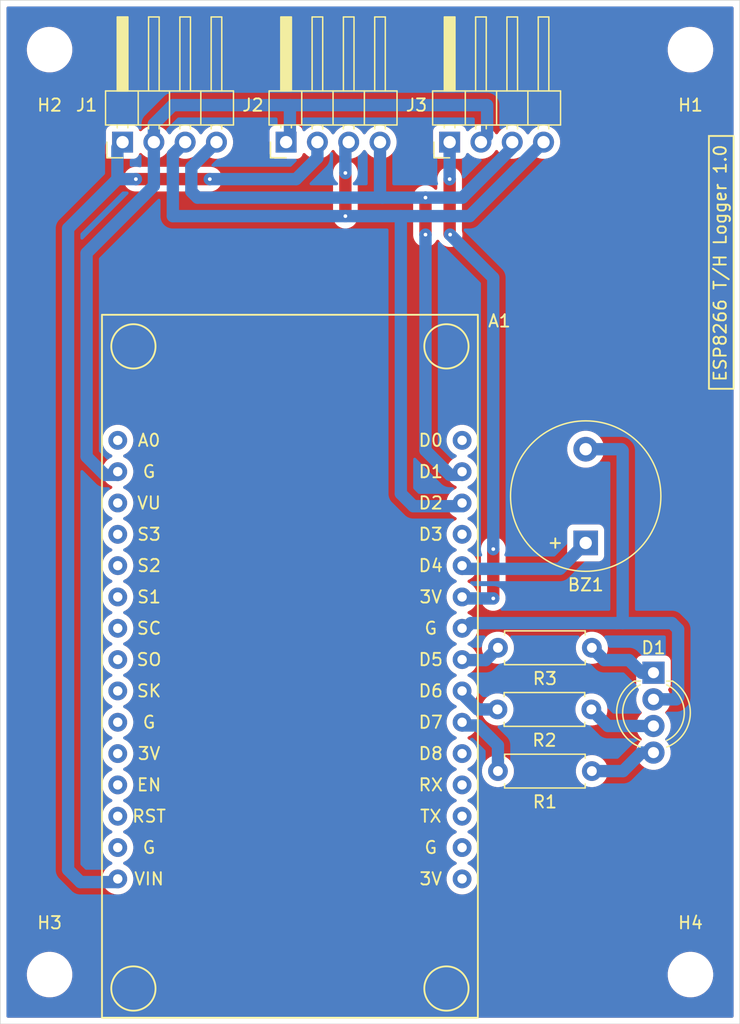
<source format=kicad_pcb>
(kicad_pcb (version 20241229) (generator "pcbnew") (generator_version "9.0")
  (layers (0 "F.Cu" signal) (2 "B.Cu" signal) (13 "F.Paste" user) (15 "B.Paste" user) (5 "F.SilkS" user "F.Silkscreen") (7 "B.SilkS" user "B.Silkscreen") (1 "F.Mask" user) (3 "B.Mask" user) (25 "Edge.Cuts" user))
  (net 0 "")
  (footprint "Connector_PinHeader_2.54mm:PinHeader_1x04_P2.54mm_Horizontal" (layer "F.Cu") (at 170.92 40 90)
    (property "Reference" "J1" (at 3 -2.92 0) (layer "F.SilkS"))
    (property "Value" "PinHeader_1x04_P2.54mm_Horizontal" (hide yes))
    (fp_line (start 4.15 -1.38) (end 1.39 -1.38) (stroke (width 0.12)) (layer "F.SilkS"))
    (fp_line (start 1.39 -1.38) (end 1.39 9) (stroke (width 0.12)) (layer "F.SilkS"))
    (fp_line (start -1.27 -1.27) (end 0 -1.27) (stroke (width 0.12)) (layer "F.SilkS"))
    (fp_line (start 1.16 -0.43) (end 1.39 -0.43) (stroke (width 0.12)) (layer "F.SilkS"))
    (fp_line (start -1.27 0) (end -1.27 -1.27) (stroke (width 0.12)) (layer "F.SilkS"))
    (fp_line (start 1.16 0.43) (end 1.39 0.43) (stroke (width 0.12)) (layer "F.SilkS"))
    (fp_line (start 1.39 1.27) (end 4.15 1.27) (stroke (width 0.12)) (layer "F.SilkS"))
    (fp_line (start 10.15 2.11) (end 10.15 2.97) (stroke (width 0.12)) (layer "F.SilkS"))
    (fp_line (start 4.15 2.11) (end 10.15 2.11) (stroke (width 0.12)) (layer "F.SilkS"))
    (fp_line (start 1.077358 2.11) (end 1.39 2.11) (stroke (width 0.12)) (layer "F.SilkS"))
    (fp_line (start 10.15 2.97) (end 4.15 2.97) (stroke (width 0.12)) (layer "F.SilkS"))
    (fp_line (start 1.077358 2.97) (end 1.39 2.97) (stroke (width 0.12)) (layer "F.SilkS"))
    (fp_line (start 1.39 3.81) (end 4.15 3.81) (stroke (width 0.12)) (layer "F.SilkS"))
    (fp_line (start 10.15 4.65) (end 10.15 5.51) (stroke (width 0.12)) (layer "F.SilkS"))
    (fp_line (start 4.15 4.65) (end 10.15 4.65) (stroke (width 0.12)) (layer "F.SilkS"))
    (fp_line (start 1.077358 4.65) (end 1.39 4.65) (stroke (width 0.12)) (layer "F.SilkS"))
    (fp_line (start 10.15 5.51) (end 4.15 5.51) (stroke (width 0.12)) (layer "F.SilkS"))
    (fp_line (start 1.077358 5.51) (end 1.39 5.51) (stroke (width 0.12)) (layer "F.SilkS"))
    (fp_line (start 1.39 6.35) (end 4.15 6.35) (stroke (width 0.12)) (layer "F.SilkS"))
    (fp_line (start 10.15 7.19) (end 10.15 8.05) (stroke (width 0.12)) (layer "F.SilkS"))
    (fp_line (start 4.15 7.19) (end 10.15 7.19) (stroke (width 0.12)) (layer "F.SilkS"))
    (fp_line (start 1.077358 7.19) (end 1.39 7.19) (stroke (width 0.12)) (layer "F.SilkS"))
    (fp_line (start 10.15 8.05) (end 4.15 8.05) (stroke (width 0.12)) (layer "F.SilkS"))
    (fp_line (start 1.077358 8.05) (end 1.39 8.05) (stroke (width 0.12)) (layer "F.SilkS"))
    (fp_line (start 4.15 9) (end 4.15 -1.38) (stroke (width 0.12)) (layer "F.SilkS"))
    (fp_line (start 1.39 9) (end 4.15 9) (stroke (width 0.12)) (layer "F.SilkS"))
    (fp_rect (start 4.15 -0.43) (end 10.15 0.43) (stroke (width 0.12)) (fill yes) (layer "F.SilkS"))
    (pad "1" thru_hole rect (at 0 0 90) (size 1.7 1.7) (drill 1) (layers "*.Cu" "*.Mask"))
    (pad "2" thru_hole circle (at 0 2.54 90) (size 1.7 1.7) (drill 1) (layers "*.Cu" "*.Mask"))
    (pad "3" thru_hole circle (at 0 5.08 90) (size 1.7 1.7) (drill 1) (layers "*.Cu" "*.Mask"))
    (pad "4" thru_hole circle (at 0 7.62 90) (size 1.7 1.7) (drill 1) (layers "*.Cu" "*.Mask"))
  )
  (footprint "Connector_PinHeader_2.54mm:PinHeader_1x04_P2.54mm_Horizontal" (layer "F.Cu") (at 184.19 40 90)
    (property "Reference" "J2" (at 3 -2.69 0) (layer "F.SilkS"))
    (property "Value" "PinHeader_1x04_P2.54mm_Horizontal" (hide yes))
    (fp_line (start 4.15 -1.38) (end 1.39 -1.38) (stroke (width 0.12)) (layer "F.SilkS"))
    (fp_line (start 1.39 -1.38) (end 1.39 9) (stroke (width 0.12)) (layer "F.SilkS"))
    (fp_line (start -1.27 -1.27) (end 0 -1.27) (stroke (width 0.12)) (layer "F.SilkS"))
    (fp_line (start 1.16 -0.43) (end 1.39 -0.43) (stroke (width 0.12)) (layer "F.SilkS"))
    (fp_line (start -1.27 0) (end -1.27 -1.27) (stroke (width 0.12)) (layer "F.SilkS"))
    (fp_line (start 1.16 0.43) (end 1.39 0.43) (stroke (width 0.12)) (layer "F.SilkS"))
    (fp_line (start 1.39 1.27) (end 4.15 1.27) (stroke (width 0.12)) (layer "F.SilkS"))
    (fp_line (start 10.15 2.11) (end 10.15 2.97) (stroke (width 0.12)) (layer "F.SilkS"))
    (fp_line (start 4.15 2.11) (end 10.15 2.11) (stroke (width 0.12)) (layer "F.SilkS"))
    (fp_line (start 1.077358 2.11) (end 1.39 2.11) (stroke (width 0.12)) (layer "F.SilkS"))
    (fp_line (start 10.15 2.97) (end 4.15 2.97) (stroke (width 0.12)) (layer "F.SilkS"))
    (fp_line (start 1.077358 2.97) (end 1.39 2.97) (stroke (width 0.12)) (layer "F.SilkS"))
    (fp_line (start 1.39 3.81) (end 4.15 3.81) (stroke (width 0.12)) (layer "F.SilkS"))
    (fp_line (start 10.15 4.65) (end 10.15 5.51) (stroke (width 0.12)) (layer "F.SilkS"))
    (fp_line (start 4.15 4.65) (end 10.15 4.65) (stroke (width 0.12)) (layer "F.SilkS"))
    (fp_line (start 1.077358 4.65) (end 1.39 4.65) (stroke (width 0.12)) (layer "F.SilkS"))
    (fp_line (start 10.15 5.51) (end 4.15 5.51) (stroke (width 0.12)) (layer "F.SilkS"))
    (fp_line (start 1.077358 5.51) (end 1.39 5.51) (stroke (width 0.12)) (layer "F.SilkS"))
    (fp_line (start 1.39 6.35) (end 4.15 6.35) (stroke (width 0.12)) (layer "F.SilkS"))
    (fp_line (start 10.15 7.19) (end 10.15 8.05) (stroke (width 0.12)) (layer "F.SilkS"))
    (fp_line (start 4.15 7.19) (end 10.15 7.19) (stroke (width 0.12)) (layer "F.SilkS"))
    (fp_line (start 1.077358 7.19) (end 1.39 7.19) (stroke (width 0.12)) (layer "F.SilkS"))
    (fp_line (start 10.15 8.05) (end 4.15 8.05) (stroke (width 0.12)) (layer "F.SilkS"))
    (fp_line (start 1.077358 8.05) (end 1.39 8.05) (stroke (width 0.12)) (layer "F.SilkS"))
    (fp_line (start 4.15 9) (end 4.15 -1.38) (stroke (width 0.12)) (layer "F.SilkS"))
    (fp_line (start 1.39 9) (end 4.15 9) (stroke (width 0.12)) (layer "F.SilkS"))
    (fp_rect (start 4.15 -0.43) (end 10.15 0.43) (stroke (width 0.12)) (fill yes) (layer "F.SilkS"))
    (pad "1" thru_hole rect (at 0 0 90) (size 1.7 1.7) (drill 1) (layers "*.Cu" "*.Mask"))
    (pad "2" thru_hole circle (at 0 2.54 90) (size 1.7 1.7) (drill 1) (layers "*.Cu" "*.Mask"))
    (pad "3" thru_hole circle (at 0 5.08 90) (size 1.7 1.7) (drill 1) (layers "*.Cu" "*.Mask"))
    (pad "4" thru_hole circle (at 0 7.62 90) (size 1.7 1.7) (drill 1) (layers "*.Cu" "*.Mask"))
  )
  (footprint "Resistor_THT:R_Axial_DIN0207_L6.3mm_D2.5mm_P7.62mm_Horizontal" (layer "F.Cu") (at 201.342248 86)
    (property "Reference" "R2" (at 3.81 2.5 0) (layer "F.SilkS"))
    (property "Value" "1k")
    (fp_line (start 0.54 -1.37) (end 7.08 -1.37) (stroke (width 0.12)) (layer "F.SilkS"))
    (fp_line (start 0.54 -1.04) (end 0.54 -1.37) (stroke (width 0.12)) (layer "F.SilkS"))
    (fp_line (start 0.54 1.04) (end 0.54 1.37) (stroke (width 0.12)) (layer "F.SilkS"))
    (fp_line (start 0.54 1.37) (end 7.08 1.37) (stroke (width 0.12)) (layer "F.SilkS"))
    (fp_line (start 7.08 -1.37) (end 7.08 -1.04) (stroke (width 0.12)) (layer "F.SilkS"))
    (fp_line (start 7.08 1.37) (end 7.08 1.04) (stroke (width 0.12)) (layer "F.SilkS"))
    (pad "1" thru_hole circle (at 0 0) (size 1.6 1.6) (drill 0.8) (layers "*.Cu" "*.Mask"))
    (pad "2" thru_hole oval (at 7.62 0) (size 1.6 1.6) (drill 0.8) (layers "*.Cu" "*.Mask"))
  )
  (footprint "MountingHole:MountingHole_3.2mm_M3" (layer "F.Cu") (at 217 107.5)
    (property "Reference" "H4" (at 0 -4.2 0) (layer "F.SilkS"))
    (property "Value" "MountingHole_3.2mm_M3" (hide yes))
    (pad "" np_thru_hole circle (at 0 0) (size 3.2 3.2) (drill 3.2) (layers "*.Cu" "*.Mask"))
  )
  (footprint "Resistor_THT:R_Axial_DIN0207_L6.3mm_D2.5mm_P7.62mm_Horizontal" (layer "F.Cu") (at 201.38 81)
    (property "Reference" "R3" (at 3.81 2.5 0) (layer "F.SilkS"))
    (property "Value" "1k")
    (fp_line (start 0.54 -1.37) (end 7.08 -1.37) (stroke (width 0.12)) (layer "F.SilkS"))
    (fp_line (start 0.54 -1.04) (end 0.54 -1.37) (stroke (width 0.12)) (layer "F.SilkS"))
    (fp_line (start 0.54 1.04) (end 0.54 1.37) (stroke (width 0.12)) (layer "F.SilkS"))
    (fp_line (start 0.54 1.37) (end 7.08 1.37) (stroke (width 0.12)) (layer "F.SilkS"))
    (fp_line (start 7.08 -1.37) (end 7.08 -1.04) (stroke (width 0.12)) (layer "F.SilkS"))
    (fp_line (start 7.08 1.37) (end 7.08 1.04) (stroke (width 0.12)) (layer "F.SilkS"))
    (pad "1" thru_hole circle (at 0 0) (size 1.6 1.6) (drill 0.8) (layers "*.Cu" "*.Mask"))
    (pad "2" thru_hole oval (at 7.62 0) (size 1.6 1.6) (drill 0.8) (layers "*.Cu" "*.Mask"))
  )
  (footprint "Connector_PinHeader_2.54mm:PinHeader_1x04_P2.54mm_Horizontal" (layer "F.Cu") (at 197.46 40 90)
    (property "Reference" "J3" (at 3 -2.69 0) (layer "F.SilkS"))
    (property "Value" "PinHeader_1x04_P2.54mm_Horizontal" (hide yes))
    (fp_line (start 4.15 -1.38) (end 1.39 -1.38) (stroke (width 0.12)) (layer "F.SilkS"))
    (fp_line (start 1.39 -1.38) (end 1.39 9) (stroke (width 0.12)) (layer "F.SilkS"))
    (fp_line (start -1.27 -1.27) (end 0 -1.27) (stroke (width 0.12)) (layer "F.SilkS"))
    (fp_line (start 1.16 -0.43) (end 1.39 -0.43) (stroke (width 0.12)) (layer "F.SilkS"))
    (fp_line (start -1.27 0) (end -1.27 -1.27) (stroke (width 0.12)) (layer "F.SilkS"))
    (fp_line (start 1.16 0.43) (end 1.39 0.43) (stroke (width 0.12)) (layer "F.SilkS"))
    (fp_line (start 1.39 1.27) (end 4.15 1.27) (stroke (width 0.12)) (layer "F.SilkS"))
    (fp_line (start 10.15 2.11) (end 10.15 2.97) (stroke (width 0.12)) (layer "F.SilkS"))
    (fp_line (start 4.15 2.11) (end 10.15 2.11) (stroke (width 0.12)) (layer "F.SilkS"))
    (fp_line (start 1.077358 2.11) (end 1.39 2.11) (stroke (width 0.12)) (layer "F.SilkS"))
    (fp_line (start 10.15 2.97) (end 4.15 2.97) (stroke (width 0.12)) (layer "F.SilkS"))
    (fp_line (start 1.077358 2.97) (end 1.39 2.97) (stroke (width 0.12)) (layer "F.SilkS"))
    (fp_line (start 1.39 3.81) (end 4.15 3.81) (stroke (width 0.12)) (layer "F.SilkS"))
    (fp_line (start 10.15 4.65) (end 10.15 5.51) (stroke (width 0.12)) (layer "F.SilkS"))
    (fp_line (start 4.15 4.65) (end 10.15 4.65) (stroke (width 0.12)) (layer "F.SilkS"))
    (fp_line (start 1.077358 4.65) (end 1.39 4.65) (stroke (width 0.12)) (layer "F.SilkS"))
    (fp_line (start 10.15 5.51) (end 4.15 5.51) (stroke (width 0.12)) (layer "F.SilkS"))
    (fp_line (start 1.077358 5.51) (end 1.39 5.51) (stroke (width 0.12)) (layer "F.SilkS"))
    (fp_line (start 1.39 6.35) (end 4.15 6.35) (stroke (width 0.12)) (layer "F.SilkS"))
    (fp_line (start 10.15 7.19) (end 10.15 8.05) (stroke (width 0.12)) (layer "F.SilkS"))
    (fp_line (start 4.15 7.19) (end 10.15 7.19) (stroke (width 0.12)) (layer "F.SilkS"))
    (fp_line (start 1.077358 7.19) (end 1.39 7.19) (stroke (width 0.12)) (layer "F.SilkS"))
    (fp_line (start 10.15 8.05) (end 4.15 8.05) (stroke (width 0.12)) (layer "F.SilkS"))
    (fp_line (start 1.077358 8.05) (end 1.39 8.05) (stroke (width 0.12)) (layer "F.SilkS"))
    (fp_line (start 4.15 9) (end 4.15 -1.38) (stroke (width 0.12)) (layer "F.SilkS"))
    (fp_line (start 1.39 9) (end 4.15 9) (stroke (width 0.12)) (layer "F.SilkS"))
    (fp_rect (start 4.15 -0.43) (end 10.15 0.43) (stroke (width 0.12)) (fill yes) (layer "F.SilkS"))
    (pad "1" thru_hole rect (at 0 0 90) (size 1.7 1.7) (drill 1) (layers "*.Cu" "*.Mask"))
    (pad "2" thru_hole circle (at 0 2.54 90) (size 1.7 1.7) (drill 1) (layers "*.Cu" "*.Mask"))
    (pad "3" thru_hole circle (at 0 5.08 90) (size 1.7 1.7) (drill 1) (layers "*.Cu" "*.Mask"))
    (pad "4" thru_hole circle (at 0 7.62 90) (size 1.7 1.7) (drill 1) (layers "*.Cu" "*.Mask"))
  )
  (footprint "Resistor_THT:R_Axial_DIN0207_L6.3mm_D2.5mm_P7.62mm_Horizontal" (layer "F.Cu") (at 201.38 91)
    (property "Reference" "R1" (at 3.81 2.5 0) (layer "F.SilkS"))
    (property "Value" "1k")
    (fp_line (start 0.54 -1.37) (end 7.08 -1.37) (stroke (width 0.12)) (layer "F.SilkS"))
    (fp_line (start 0.54 -1.04) (end 0.54 -1.37) (stroke (width 0.12)) (layer "F.SilkS"))
    (fp_line (start 0.54 1.04) (end 0.54 1.37) (stroke (width 0.12)) (layer "F.SilkS"))
    (fp_line (start 0.54 1.37) (end 7.08 1.37) (stroke (width 0.12)) (layer "F.SilkS"))
    (fp_line (start 7.08 -1.37) (end 7.08 -1.04) (stroke (width 0.12)) (layer "F.SilkS"))
    (fp_line (start 7.08 1.37) (end 7.08 1.04) (stroke (width 0.12)) (layer "F.SilkS"))
    (pad "1" thru_hole circle (at 0 0) (size 1.6 1.6) (drill 0.8) (layers "*.Cu" "*.Mask"))
    (pad "2" thru_hole oval (at 7.62 0) (size 1.6 1.6) (drill 0.8) (layers "*.Cu" "*.Mask"))
  )
  (footprint "MountingHole:MountingHole_3.2mm_M3" (layer "F.Cu") (at 165 107.5)
    (property "Reference" "H3" (at 0 -4.2 0) (layer "F.SilkS"))
    (property "Value" "MountingHole_3.2mm_M3" (hide yes))
    (pad "" np_thru_hole circle (at 0 0) (size 3.2 3.2) (drill 3.2) (layers "*.Cu" "*.Mask"))
  )
  (footprint "MountingHole:MountingHole_3.2mm_M3" (layer "F.Cu") (at 217 32.5)
    (property "Reference" "H1" (at 0 4.5 0) (layer "F.SilkS"))
    (property "Value" "MountingHole_3.2mm_M3" (hide yes))
    (pad "" np_thru_hole circle (at 0 0) (size 3.2 3.2) (drill 3.2) (layers "*.Cu" "*.Mask"))
  )
  (footprint "Buzzer_Beeper:Buzzer_12x9.5RM7.6" (layer "F.Cu") (at 208.5 72.5 90)
    (property "Reference" "BZ1" (at -3.4 0 0) (layer "F.SilkS"))
    (property "Value" "Buzzer_12x9.5RM7.6")
    (fp_circle (center 3.8 0) (end 9.9 0) (stroke (width 0.12)) (fill no) (layer "F.SilkS"))
    (fp_text user "+" (at -0.01 -2.54 90) (layer "F.SilkS"))
    (pad "1" thru_hole rect (at 0 0 90) (size 2 2) (drill 1) (layers "*.Cu" "*.Mask"))
    (pad "2" thru_hole circle (at 7.6 0 90) (size 2 2) (drill 1) (layers "*.Cu" "*.Mask"))
  )
  (footprint "MountingHole:MountingHole_3.2mm_M3" (layer "F.Cu") (at 165 32.5)
    (property "Reference" "H2" (at 0 4.5 0) (layer "F.SilkS"))
    (property "Value" "MountingHole_3.2mm_M3" (hide yes))
    (pad "" np_thru_hole circle (at 0 0) (size 3.2 3.2) (drill 3.2) (layers "*.Cu" "*.Mask"))
  )
  (footprint "LED_THT:LED_D5.0mm-4_RGB_Wide_Pins" (layer "F.Cu") (at 214 83.023 -90)
    (property "Reference" "D1" (at -2.023 0 0) (layer "F.SilkS"))
    (property "Value" "LED_D5.0mm-4_RGB_Wide_Pins" (hide yes))
    (fp_line (start 0.6785 1.08) (end 0.6785 1.545) (stroke (width 0.12)) (layer "F.SilkS"))
    (fp_line (start 0.6785 -1.545) (end 0.6785 -1.08) (stroke (width 0.12)) (layer "F.SilkS"))
    (fp_arc (start 6.026315 1.080827) (mid 3.496956 2.978808) (end 0.6785 1.54483) (stroke (width 0.12)) (layer "F.SilkS"))
    (fp_arc (start 5.492979 1.080429) (mid 3.238262 2.5) (end 0.983816 1.08) (stroke (width 0.12)) (layer "F.SilkS"))
    (fp_arc (start 0.983816 -1.08) (mid 3.238262 -2.5) (end 5.492979 -1.080429) (stroke (width 0.12)) (layer "F.SilkS"))
    (fp_arc (start 0.6785 -1.54483) (mid 3.496956 -2.978809) (end 6.026315 -1.080827) (stroke (width 0.12)) (layer "F.SilkS"))
    (pad "1" thru_hole rect (at 0 0 270) (size 1.8 1.8) (drill 0.9) (layers "*.Cu" "*.Mask"))
    (pad "2" thru_hole circle (at 2.159 0 270) (size 1.8 1.8) (drill 0.9) (layers "*.Cu" "*.Mask"))
    (pad "3" thru_hole circle (at 4.318 0 270) (size 1.8 1.8) (drill 0.9) (layers "*.Cu" "*.Mask"))
    (pad "4" thru_hole circle (at 6.477 0 270) (size 1.8 1.8) (drill 0.9) (layers "*.Cu" "*.Mask"))
  )
  (footprint "PersonalLib:NodeMCU-LoLinV3" (layer "F.Cu") (at 184.5 84.5)
    (property "Reference" "A1" (at 17 -30 0) (layer "F.SilkS"))
    (property "Value" "LoLin V3 NodeMCU")
    (fp_line (start -15.25 -30.5) (end -15.25 26.5) (stroke (width 0.15)) (layer "F.SilkS"))
    (fp_line (start -15.25 26.5) (end 15.25 26.5) (stroke (width 0.15)) (layer "F.SilkS"))
    (fp_line (start -14.75 -30.5) (end -15.25 -30.5) (stroke (width 0.15)) (layer "F.SilkS"))
    (fp_line (start 15.25 -30.5) (end -14.75 -30.5) (stroke (width 0.15)) (layer "F.SilkS"))
    (fp_line (start 15.25 26.5) (end 15.25 -30.5) (stroke (width 0.15)) (layer "F.SilkS"))
    (fp_circle (center -12.7 -27.94) (end -11.43 -29.21) (stroke (width 0.15)) (fill no) (layer "F.SilkS"))
    (fp_circle (center -12.7 24.13) (end -11.43 22.86) (stroke (width 0.15)) (fill no) (layer "F.SilkS"))
    (fp_circle (center 12.7 -27.94) (end 13.97 -29.21) (stroke (width 0.15)) (fill no) (layer "F.SilkS"))
    (fp_circle (center 12.7 24.13) (end 13.97 22.86) (stroke (width 0.15)) (fill no) (layer "F.SilkS"))
    (fp_text user "D3" (at 11.43 -12.7 0) (layer "F.SilkS"))
    (fp_text user "SC" (at -11.43 -5.08 0) (layer "F.SilkS"))
    (fp_text user "D7" (at 11.43 2.54 0) (layer "F.SilkS"))
    (fp_text user "G" (at -11.43 12.7 0) (layer "F.SilkS"))
    (fp_text user "D2" (at 11.43 -15.24 0) (layer "F.SilkS"))
    (fp_text user "A0" (at -11.43 -20.32 0) (layer "F.SilkS"))
    (fp_text user "G" (at -11.43 2.54 0) (layer "F.SilkS"))
    (fp_text user "D0" (at 11.43 -20.32 0) (layer "F.SilkS"))
    (fp_text user "S1" (at -11.43 -7.62 0) (layer "F.SilkS"))
    (fp_text user "VIN" (at -11.43 15.24 0) (layer "F.SilkS"))
    (fp_text user "VU" (at -11.43 -15.24 0) (layer "F.SilkS"))
    (fp_text user "3V" (at 11.43 -7.62 0) (layer "F.SilkS"))
    (fp_text user "3V" (at -11.43 5.08 0) (layer "F.SilkS"))
    (fp_text user "RX" (at 11.43 7.62 0) (layer "F.SilkS"))
    (fp_text user "D8" (at 11.43 5.08 0) (layer "F.SilkS"))
    (fp_text user "SK" (at -11.43 0 0) (layer "F.SilkS"))
    (fp_text user "RST" (at -11.43 10.16 0) (layer "F.SilkS"))
    (fp_text user "G" (at 11.43 -5.08 0) (layer "F.SilkS"))
    (fp_text user "TX" (at 11.43 10.16 0) (layer "F.SilkS"))
    (fp_text user "D4" (at 11.43 -10.16 0) (layer "F.SilkS"))
    (fp_text user "D5" (at 11.43 -2.54 0) (layer "F.SilkS"))
    (fp_text user "D1" (at 11.43 -17.78 0) (layer "F.SilkS"))
    (fp_text user "S2" (at -11.43 -10.16 0) (layer "F.SilkS"))
    (fp_text user "G" (at -11.43 -17.78 0) (layer "F.SilkS"))
    (fp_text user "3V" (at 11.43 15.24 0) (layer "F.SilkS"))
    (fp_text user "D6" (at 11.43 0 0) (layer "F.SilkS"))
    (fp_text user "S3" (at -11.43 -12.7 0) (layer "F.SilkS"))
    (fp_text user "G" (at 11.43 12.7 0) (layer "F.SilkS"))
    (fp_text user "EN" (at -11.43 7.62 0) (layer "F.SilkS"))
    (fp_text user "SO" (at -11.43 -2.54 0) (layer "F.SilkS"))
    (pad "1" thru_hole circle (at -13.97 -20.32) (size 1.524 1.524) (drill 0.762) (layers "*.Cu" "*.Mask"))
    (pad "2" thru_hole circle (at -13.97 -17.78) (size 1.524 1.524) (drill 0.762) (layers "*.Cu" "*.Mask"))
    (pad "3" thru_hole circle (at -13.97 -15.24) (size 1.524 1.524) (drill 0.762) (layers "*.Cu" "*.Mask"))
    (pad "4" thru_hole circle (at -13.97 -12.7) (size 1.524 1.524) (drill 0.762) (layers "*.Cu" "*.Mask"))
    (pad "5" thru_hole circle (at -13.97 -10.16) (size 1.524 1.524) (drill 0.762) (layers "*.Cu" "*.Mask"))
    (pad "6" thru_hole circle (at -13.97 -7.62) (size 1.524 1.524) (drill 0.762) (layers "*.Cu" "*.Mask"))
    (pad "7" thru_hole circle (at -13.97 -5.08) (size 1.524 1.524) (drill 0.762) (layers "*.Cu" "*.Mask"))
    (pad "8" thru_hole circle (at -13.97 -2.54) (size 1.524 1.524) (drill 0.762) (layers "*.Cu" "*.Mask"))
    (pad "9" thru_hole circle (at -13.97 0) (size 1.524 1.524) (drill 0.762) (layers "*.Cu" "*.Mask"))
    (pad "10" thru_hole circle (at -13.97 2.54) (size 1.524 1.524) (drill 0.762) (layers "*.Cu" "*.Mask"))
    (pad "11" thru_hole circle (at -13.97 5.08) (size 1.524 1.524) (drill 0.762) (layers "*.Cu" "*.Mask"))
    (pad "12" thru_hole circle (at -13.97 7.62) (size 1.524 1.524) (drill 0.762) (layers "*.Cu" "*.Mask"))
    (pad "13" thru_hole circle (at -13.97 10.16) (size 1.524 1.524) (drill 0.762) (layers "*.Cu" "*.Mask"))
    (pad "14" thru_hole circle (at -13.97 12.7) (size 1.524 1.524) (drill 0.762) (layers "*.Cu" "*.Mask"))
    (pad "15" thru_hole circle (at -13.97 15.24) (size 1.524 1.524) (drill 0.762) (layers "*.Cu" "*.Mask"))
    (pad "16" thru_hole circle (at 13.97 15.24) (size 1.524 1.524) (drill 0.762) (layers "*.Cu" "*.Mask"))
    (pad "17" thru_hole circle (at 13.97 12.7) (size 1.524 1.524) (drill 0.762) (layers "*.Cu" "*.Mask"))
    (pad "18" thru_hole circle (at 13.97 10.16) (size 1.524 1.524) (drill 0.762) (layers "*.Cu" "*.Mask"))
    (pad "19" thru_hole circle (at 13.97 7.62) (size 1.524 1.524) (drill 0.762) (layers "*.Cu" "*.Mask"))
    (pad "20" thru_hole circle (at 13.97 5.08) (size 1.524 1.524) (drill 0.762) (layers "*.Cu" "*.Mask"))
    (pad "21" thru_hole circle (at 13.97 2.54) (size 1.524 1.524) (drill 0.762) (layers "*.Cu" "*.Mask"))
    (pad "22" thru_hole circle (at 13.97 0) (size 1.524 1.524) (drill 0.762) (layers "*.Cu" "*.Mask"))
    (pad "23" thru_hole circle (at 13.97 -2.54) (size 1.524 1.524) (drill 0.762) (layers "*.Cu" "*.Mask"))
    (pad "24" thru_hole circle (at 13.97 -5.08) (size 1.524 1.524) (drill 0.762) (layers "*.Cu" "*.Mask"))
    (pad "25" thru_hole circle (at 13.97 -7.62) (size 1.524 1.524) (drill 0.762) (layers "*.Cu" "*.Mask"))
    (pad "26" thru_hole circle (at 13.97 -10.16) (size 1.524 1.524) (drill 0.762) (layers "*.Cu" "*.Mask"))
    (pad "27" thru_hole circle (at 13.97 -12.7) (size 1.524 1.524) (drill 0.762) (layers "*.Cu" "*.Mask"))
    (pad "28" thru_hole circle (at 13.97 -15.24) (size 1.524 1.524) (drill 0.762) (layers "*.Cu" "*.Mask"))
    (pad "29" thru_hole circle (at 13.97 -17.78) (size 1.524 1.524) (drill 0.762) (layers "*.Cu" "*.Mask"))
    (pad "30" thru_hole circle (at 13.97 -20.32) (size 1.524 1.524) (drill 0.762) (layers "*.Cu" "*.Mask"))
  )
  (gr_rect (start 218.5 39.5) (end 220.5 60) (stroke (width 0.15)) (fill no) (layer "F.SilkS"))
  (gr_rect (start 161 28.5) (end 221 111.5) (stroke (width 0.05)) (fill no) (layer "Edge.Cuts"))
  (gr_text "ESP8266 T/H Logger 1.0" (at 220 59.5 90) (layer "F.SilkS") (effects (font (size 1 1)) (justify left bottom)))
  (segment (start 197.46 47.46) (end 197.5 47.5) (width 1) (layer "F.Cu") (net 0))
  (segment (start 189 42.5) (end 189 46) (width 1) (layer "F.Cu") (net 0))
  (segment (start 201 73) (end 201 77) (width 1) (layer "F.Cu") (net 0))
  (segment (start 197.46 43) (end 197.46 47.46) (width 1) (layer "F.Cu") (net 0))
  (segment (start 172 43) (end 178 43) (width 1) (layer "F.Cu") (net 0))
  (segment (start 195.5 44.5) (end 195.5 47.5) (width 1) (layer "F.Cu") (net 0))
  (via (at 201 77) (size 1) (drill 0.3) (layers "F.Cu" "B.Cu") (net 0))
  (via (at 197.5 47.5) (size 1) (drill 0.3) (layers "F.Cu" "B.Cu") (net 0))
  (via (at 195.5 44.5) (size 1) (drill 0.3) (layers "F.Cu" "B.Cu") (net 0))
  (via (at 201 73) (size 1) (drill 0.3) (layers "F.Cu" "B.Cu") (net 0))
  (via (at 197.46 43) (size 1) (drill 0.3) (layers "F.Cu" "B.Cu") (net 0))
  (via (at 189 42.5) (size 1) (drill 0.3) (layers "F.Cu" "B.Cu") (net 0))
  (via (at 178 43) (size 1) (drill 0.3) (layers "F.Cu" "B.Cu") (net 0))
  (via (at 172 43) (size 1) (drill 0.3) (layers "F.Cu" "B.Cu") (net 0))
  (via (at 195.5 47.5) (size 1) (drill 0.3) (layers "F.Cu" "B.Cu") (net 0))
  (via (at 189 46) (size 1) (drill 0.3) (layers "F.Cu" "B.Cu") (net 0))
  (segment (start 175 37) (end 173.46 38.54) (width 1) (layer "B.Cu") (net 0))
  (segment (start 201.38 81.36) (end 201.38 81) (width 0.2) (layer "B.Cu") (net 0))
  (segment (start 200.5 37) (end 200.5 39.5) (width 1) (layer "B.Cu") (net 0))
  (segment (start 211 79) (end 199.18 79) (width 1) (layer "B.Cu") (net 0))
  (segment (start 198.72 82) (end 198.5 82.22) (width 1) (layer "B.Cu") (net 0))
  (segment (start 209 81) (end 210 82) (width 1) (layer "B.Cu") (net 0))
  (segment (start 175 46) (end 189 46) (width 1) (layer "B.Cu") (net 0))
  (segment (start 168 49) (end 168 65.5) (width 1) (layer "B.Cu") (net 0))
  (segment (start 176.5 44) (end 176.5 42.04) (width 1) (layer "B.Cu") (net 0))
  (segment (start 192 44.5) (end 177 44.5) (width 1) (layer "B.Cu") (net 0))
  (segment (start 175 41) (end 176 40) (width 1) (layer "B.Cu") (net 0))
  (segment (start 168 65.5) (end 169.48 66.98) (width 1) (layer "B.Cu") (net 0))
  (segment (start 208.962248 86) (end 210.303248 87.341) (width 1) (layer "B.Cu") (net 0))
  (segment (start 211.53 91) (end 213.03 89.5) (width 1) (layer "B.Cu") (net 0))
  (segment (start 173.46 38.54) (end 173.46 40) (width 1) (layer "B.Cu") (net 0))
  (segment (start 215.848 85.182) (end 216 85.03) (width 1) (layer "B.Cu") (net 0))
  (segment (start 193.5 46) (end 193.5 68.5) (width 1) (layer "B.Cu") (net 0))
  (segment (start 193.5 46) (end 199.08 46) (width 1) (layer "B.Cu") (net 0))
  (segment (start 201.38 88.92) (end 199.76 87.3) (width 1) (layer "B.Cu") (net 0))
  (segment (start 201.38 91) (end 201.38 88.92) (width 1) (layer "B.Cu") (net 0))
  (segment (start 201.342248 86) (end 199.74 86) (width 1) (layer "B.Cu") (net 0))
  (segment (start 200.38 82) (end 198.72 82) (width 1) (layer "B.Cu") (net 0))
  (segment (start 177 44.5) (end 176.5 44) (width 1) (layer "B.Cu") (net 0))
  (segment (start 195.5 65) (end 197.48 66.98) (width 1) (layer "B.Cu") (net 0))
  (segment (start 192 44.5) (end 195.5 44.5) (width 1) (layer "B.Cu") (net 0))
  (segment (start 199.76 87.3) (end 198.5 87.3) (width 1) (layer "B.Cu") (net 0))
  (segment (start 211.5 65) (end 211.5 79) (width 1) (layer "B.Cu") (net 0))
  (segment (start 216 79.5) (end 215.5 79) (width 1) (layer "B.Cu") (net 0))
  (segment (start 186.73 41.27) (end 186.73 40) (width 1) (layer "B.Cu") (net 0))
  (segment (start 175 46) (end 175 41) (width 1) (layer "B.Cu") (net 0))
  (segment (start 209 91) (end 211.53 91) (width 1) (layer "B.Cu") (net 0))
  (segment (start 198.5 74.6) (end 206.4 74.6) (width 1) (layer "B.Cu") (net 0))
  (segment (start 178 43) (end 185 43) (width 1) (layer "B.Cu") (net 0))
  (segment (start 173.46 40) (end 173.46 43.54) (width 1) (layer "B.Cu") (net 0))
  (segment (start 185 43) (end 186.73 41.27) (width 1) (layer "B.Cu") (net 0))
  (segment (start 184.5 37) (end 184.5 39.69) (width 1) (layer "B.Cu") (net 0))
  (segment (start 170.5 43) (end 166.5 47) (width 1) (layer "B.Cu") (net 0))
  (segment (start 189 40.27) (end 189 42.5) (width 1) (layer "B.Cu") (net 0))
  (segment (start 197.48 66.98) (end 198.5 66.98) (width 1) (layer "B.Cu") (net 0))
  (segment (start 195.5 44.5) (end 198.5 44.5) (width 1) (layer "B.Cu") (net 0))
  (segment (start 189.5 37) (end 184.5 37) (width 1) (layer "B.Cu") (net 0))
  (segment (start 213.03 83.023) (end 214 83.023) (width 1) (layer "B.Cu") (net 0))
  (segment (start 191.81 40) (end 191.81 44.31) (width 1) (layer "B.Cu") (net 0))
  (segment (start 195.5 47.5) (end 195.5 65) (width 1) (layer "B.Cu") (net 0))
  (segment (start 212.007 82) (end 213.03 83.023) (width 1) (layer "B.Cu") (net 0))
  (segment (start 211.4 64.9) (end 211.5 65) (width 0.2) (layer "B.Cu") (net 0))
  (segment (start 189 46) (end 193.5 46) (width 1) (layer "B.Cu") (net 0))
  (segment (start 194.52 69.52) (end 198.5 69.52) (width 1) (layer "B.Cu") (net 0))
  (segment (start 199.74 86) (end 198.5 84.76) (width 1) (layer "B.Cu") (net 0))
  (segment (start 208.5 64.9) (end 211.4 64.9) (width 1) (layer "B.Cu") (net 0))
  (segment (start 191.81 44.31) (end 192 44.5) (width 1) (layer "B.Cu") (net 0))
  (segment (start 197.46 40) (end 197.46 43) (width 1) (layer "B.Cu") (net 0))
  (segment (start 170.5 43) (end 170.5 40.42) (width 1) (layer "B.Cu") (net 0))
  (segment (start 197.5 47.5) (end 201 51) (width 1) (layer "B.Cu") (net 0))
  (segment (start 173.46 43.54) (end 168 49) (width 1) (layer "B.Cu") (net 0))
  (segment (start 216 85.03) (end 216 79.5) (width 1) (layer "B.Cu") (net 0))
  (segment (start 201.38 81) (end 200.38 82) (width 1) (layer "B.Cu") (net 0))
  (segment (start 191.5 40.31) (end 191.81 40) (width 0.2) (layer "B.Cu") (net 0))
  (segment (start 172 43) (end 170.5 43) (width 1) (layer "B.Cu") (net 0))
  (segment (start 198.64 77) (end 198.5 77.14) (width 1) (layer "B.Cu") (net 0))
  (segment (start 206.4 74.6) (end 208.5 72.5) (width 1) (layer "B.Cu") (net 0))
  (segment (start 167.5 100) (end 170.56 100) (width 1) (layer "B.Cu") (net 0))
  (segment (start 199.18 79) (end 198.5 79.68) (width 1) (layer "B.Cu") (net 0))
  (segment (start 211.5 79) (end 211 79) (width 1) (layer "B.Cu") (net 0))
  (segment (start 198.5 44.5) (end 202.54 40.46) (width 1) (layer "B.Cu") (net 0))
  (segment (start 199.08 46) (end 205.08 40) (width 1) (layer "B.Cu") (net 0))
  (segment (start 166.5 47) (end 166.5 99) (width 1) (layer "B.Cu") (net 0))
  (segment (start 213.03 89.5) (end 214 89.5) (width 1) (layer "B.Cu") (net 0))
  (segment (start 214 85.182) (end 215.848 85.182) (width 1) (layer "B.Cu") (net 0))
  (segment (start 169.48 66.98) (end 170.56 66.98) (width 1) (layer "B.Cu") (net 0))
  (segment (start 184.5 37) (end 175 37) (width 1) (layer "B.Cu") (net 0))
  (segment (start 210.303248 87.341) (end 214 87.341) (width 1) (layer "B.Cu") (net 0))
  (segment (start 176.5 42.04) (end 178.54 40) (width 1) (layer "B.Cu") (net 0))
  (segment (start 210 82) (end 212.007 82) (width 1) (layer "B.Cu") (net 0))
  (segment (start 201 77) (end 198.64 77) (width 1) (layer "B.Cu") (net 0))
  (segment (start 215.5 79) (end 211.5 79) (width 1) (layer "B.Cu") (net 0))
  (segment (start 166.5 99) (end 167.5 100) (width 1) (layer "B.Cu") (net 0))
  (segment (start 201 51) (end 201 73) (width 1) (layer "B.Cu") (net 0))
  (segment (start 193.5 68.5) (end 194.52 69.52) (width 1) (layer "B.Cu") (net 0))
  (segment (start 200.5 37) (end 189.5 37) (width 1) (layer "B.Cu") (net 0))
  (zone (net 0) (net_name "") (layer "F.Cu") (name "A1") (priority 1) (connect_pads (clearance 0.5)) (min_thickness 0.25) (fill yes (thermal_gap 0.5) (thermal_bridge_width 0.5) (island_removal_mode 1) (island_area_min 10))
    (polygon (pts (xy 221 28.5) (xy 161 28.5) (xy 161 111.5) (xy 221 111.5)))
  )
  (zone (net 0) (net_name "") (layer "B.Cu") (name "A2") (priority 2) (connect_pads (clearance 0.5)) (min_thickness 0.25) (fill yes (thermal_gap 0.5) (thermal_bridge_width 0.5) (island_removal_mode 1) (island_area_min 10))
    (polygon (pts (xy 161 28.5) (xy 221 28.5) (xy 221 111.5) (xy 161 111.5)))
  )
)
</source>
